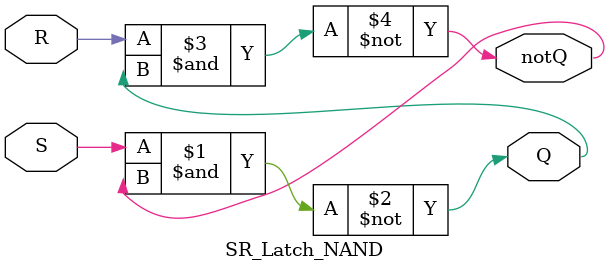
<source format=v>
module SR_Latch_NAND (
    input S,      // Active LOW Set
    input R,      // Active LOW Reset
    output Q,
    output notQ
);

    nand g1(Q, S, notQ);
    nand g2(notQ, R, Q);

endmodule

</source>
